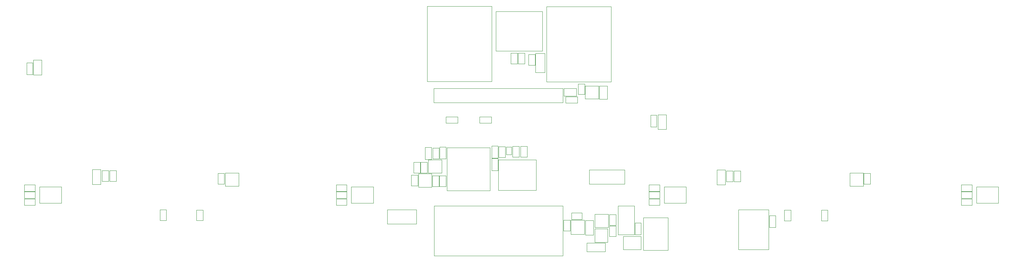
<source format=gbr>
G04 #@! TF.GenerationSoftware,KiCad,Pcbnew,5.0.2-bee76a0~70~ubuntu18.04.1*
G04 #@! TF.CreationDate,2019-03-18T11:53:55+01:00*
G04 #@! TF.ProjectId,footswitch,666f6f74-7377-4697-9463-682e6b696361,rev?*
G04 #@! TF.SameCoordinates,PX1ae5c80PY3d0c318*
G04 #@! TF.FileFunction,Other,User*
%FSLAX46Y46*%
G04 Gerber Fmt 4.6, Leading zero omitted, Abs format (unit mm)*
G04 Created by KiCad (PCBNEW 5.0.2-bee76a0~70~ubuntu18.04.1) date Mon 18 Mar 2019 11:53:55 AM CET*
%MOMM*%
%LPD*%
G01*
G04 APERTURE LIST*
%ADD10C,0.050000*%
G04 APERTURE END LIST*
D10*
G04 #@! TO.C,U1*
X124375440Y-28146520D02*
X115075440Y-28146520D01*
X124375440Y-35546520D02*
X115075440Y-35546520D01*
X124375440Y-28146520D02*
X124375440Y-35546520D01*
X115075440Y-28146520D02*
X115075440Y-35546520D01*
G04 #@! TO.C,P8*
X130860740Y-39401620D02*
X99410740Y-39401620D01*
X130860740Y-51551620D02*
X99410740Y-51551620D01*
X130860740Y-39401620D02*
X130860740Y-51551620D01*
X99410740Y-39401620D02*
X99410740Y-51551620D01*
G04 #@! TO.C,C9*
X134408840Y-14212000D02*
X131508840Y-14212000D01*
X134408840Y-12712000D02*
X131508840Y-12712000D01*
X134408840Y-14212000D02*
X134408840Y-12712000D01*
X131508840Y-14212000D02*
X131508840Y-12712000D01*
G04 #@! TO.C,C10*
X181045840Y-50056920D02*
X173745840Y-50056920D01*
X181045840Y-40356920D02*
X181045840Y-50056920D01*
X173745840Y-40356920D02*
X181045840Y-40356920D01*
X173745840Y-50056920D02*
X173745840Y-40356920D01*
G04 #@! TO.C,U3*
X113113640Y-25123320D02*
X102613640Y-25123320D01*
X113113640Y-35623320D02*
X102613640Y-35623320D01*
X113113640Y-25123320D02*
X113113640Y-35623320D01*
X102613640Y-25123320D02*
X102613640Y-35623320D01*
G04 #@! TO.C,Q2*
X95643900Y-34784300D02*
X95643900Y-31484300D01*
X95643900Y-31484300D02*
X98843900Y-31484300D01*
X98843900Y-31484300D02*
X98843900Y-34784300D01*
X98843900Y-34784300D02*
X95643900Y-34784300D01*
G04 #@! TO.C,C8*
X136325840Y-46516920D02*
X136325840Y-42916920D01*
X138325840Y-46516920D02*
X138325840Y-42916920D01*
X136325840Y-46516920D02*
X138325840Y-46516920D01*
X136325840Y-42916920D02*
X138325840Y-42916920D01*
G04 #@! TO.C,C7*
X148455840Y-46406920D02*
X148455840Y-43506920D01*
X149955840Y-46406920D02*
X149955840Y-43506920D01*
X148455840Y-46406920D02*
X149955840Y-46406920D01*
X148455840Y-43506920D02*
X149955840Y-43506920D01*
G04 #@! TO.C,C12*
X182755840Y-41756920D02*
X182755840Y-44656920D01*
X181255840Y-41756920D02*
X181255840Y-44656920D01*
X182755840Y-41756920D02*
X181255840Y-41756920D01*
X182755840Y-44656920D02*
X181255840Y-44656920D01*
G04 #@! TO.C,C4*
X113403040Y-19134520D02*
X110503040Y-19134520D01*
X113403040Y-17634520D02*
X110503040Y-17634520D01*
X113403040Y-19134520D02*
X113403040Y-17634520D01*
X110503040Y-19134520D02*
X110503040Y-17634520D01*
G04 #@! TO.C,C6*
X102293760Y-17634520D02*
X105193760Y-17634520D01*
X102293760Y-19134520D02*
X105193760Y-19134520D01*
X102293760Y-17634520D02*
X102293760Y-19134520D01*
X105193760Y-17634520D02*
X105193760Y-19134520D01*
G04 #@! TO.C,C13*
X100829680Y-27860920D02*
X100829680Y-24960920D01*
X102329680Y-27860920D02*
X102329680Y-24960920D01*
X100829680Y-27860920D02*
X102329680Y-27860920D01*
X100829680Y-24960920D02*
X102329680Y-24960920D01*
G04 #@! TO.C,C14*
X115027140Y-27818420D02*
X115027140Y-30718420D01*
X113527140Y-27818420D02*
X113527140Y-30718420D01*
X115027140Y-27818420D02*
X113527140Y-27818420D01*
X115027140Y-30718420D02*
X113527140Y-30718420D01*
G04 #@! TO.C,C21*
X113525840Y-27666920D02*
X113525840Y-24766920D01*
X115025840Y-27666920D02*
X115025840Y-24766920D01*
X113525840Y-27666920D02*
X115025840Y-27666920D01*
X113525840Y-24766920D02*
X115025840Y-24766920D01*
G04 #@! TO.C,C1*
X27240Y-7286920D02*
X27240Y-4386920D01*
X1527240Y-7286920D02*
X1527240Y-4386920D01*
X27240Y-7286920D02*
X1527240Y-7286920D01*
X27240Y-4386920D02*
X1527240Y-4386920D01*
G04 #@! TO.C,C2*
X1669540Y-7382920D02*
X1669540Y-3782920D01*
X3669540Y-7382920D02*
X3669540Y-3782920D01*
X1669540Y-7382920D02*
X3669540Y-7382920D01*
X1669540Y-3782920D02*
X3669540Y-3782920D01*
G04 #@! TO.C,C15*
X153749440Y-17188520D02*
X153749440Y-20088520D01*
X152249440Y-17188520D02*
X152249440Y-20088520D01*
X153749440Y-17188520D02*
X152249440Y-17188520D01*
X153749440Y-20088520D02*
X152249440Y-20088520D01*
G04 #@! TO.C,C16*
X156069540Y-17079820D02*
X156069540Y-20679820D01*
X154069540Y-17079820D02*
X154069540Y-20679820D01*
X156069540Y-17079820D02*
X154069540Y-17079820D01*
X156069540Y-20679820D02*
X154069540Y-20679820D01*
G04 #@! TO.C,D1*
X144305840Y-46386920D02*
X144305840Y-39386920D01*
X144305840Y-39386920D02*
X148305840Y-39386920D01*
X148305840Y-39386920D02*
X148305840Y-46386920D01*
X148305840Y-46386920D02*
X144305840Y-46386920D01*
G04 #@! TO.C,D3*
X141215840Y-50586920D02*
X136715840Y-50586920D01*
X136715840Y-50586920D02*
X136715840Y-48486920D01*
X136715840Y-48486920D02*
X141215840Y-48486920D01*
X141215840Y-50586920D02*
X141215840Y-48486920D01*
G04 #@! TO.C,D5*
X8558040Y-34748720D02*
X8558040Y-38748720D01*
X3158040Y-34748720D02*
X3158040Y-38748720D01*
X3158040Y-38748720D02*
X8558040Y-38748720D01*
X3158040Y-34748720D02*
X8558040Y-34748720D01*
G04 #@! TO.C,D6*
X84605640Y-34748720D02*
X84605640Y-38748720D01*
X79205640Y-34748720D02*
X79205640Y-38748720D01*
X79205640Y-38748720D02*
X84605640Y-38748720D01*
X79205640Y-34748720D02*
X84605640Y-34748720D01*
G04 #@! TO.C,D7*
X160958040Y-34748720D02*
X160958040Y-38748720D01*
X155558040Y-34748720D02*
X155558040Y-38748720D01*
X155558040Y-38748720D02*
X160958040Y-38748720D01*
X155558040Y-34748720D02*
X160958040Y-34748720D01*
G04 #@! TO.C,D8*
X237158040Y-34748720D02*
X237158040Y-38748720D01*
X231758040Y-34748720D02*
X231758040Y-38748720D01*
X231758040Y-38748720D02*
X237158040Y-38748720D01*
X231758040Y-34748720D02*
X237158040Y-34748720D01*
G04 #@! TO.C,P9*
X88012560Y-43746600D02*
X95162560Y-43746600D01*
X88012560Y-40296600D02*
X95162560Y-40296600D01*
X88012560Y-43746600D02*
X88012560Y-40296600D01*
X95162560Y-43746600D02*
X95162560Y-40296600D01*
G04 #@! TO.C,Q1*
X141925840Y-44636920D02*
X138625840Y-44636920D01*
X138625840Y-44636920D02*
X138625840Y-41436920D01*
X138625840Y-41436920D02*
X141925840Y-41436920D01*
X141925840Y-41436920D02*
X141925840Y-44636920D01*
G04 #@! TO.C,Q4*
X138625840Y-48256920D02*
X138625840Y-44956920D01*
X138625840Y-44956920D02*
X141825840Y-44956920D01*
X141825840Y-44956920D02*
X141825840Y-48256920D01*
X141825840Y-48256920D02*
X138625840Y-48256920D01*
G04 #@! TO.C,Q5*
X136095840Y-46316920D02*
X132795840Y-46316920D01*
X132795840Y-46316920D02*
X132795840Y-42816920D01*
X132795840Y-42816920D02*
X136095840Y-42816920D01*
X136095840Y-42816920D02*
X136095840Y-46316920D01*
G04 #@! TO.C,Q7*
X48455840Y-31376920D02*
X51755840Y-31376920D01*
X51755840Y-31376920D02*
X51755840Y-34576920D01*
X51755840Y-34576920D02*
X48455840Y-34576920D01*
X48455840Y-34576920D02*
X48455840Y-31376920D01*
G04 #@! TO.C,Q8*
X200845840Y-31376920D02*
X204145840Y-31376920D01*
X204145840Y-31376920D02*
X204145840Y-34576920D01*
X204145840Y-34576920D02*
X200845840Y-34576920D01*
X200845840Y-34576920D02*
X200845840Y-31376920D01*
G04 #@! TO.C,R3*
X143785840Y-41486920D02*
X143785840Y-44086920D01*
X142185840Y-41486920D02*
X142185840Y-44086920D01*
X143785840Y-41486920D02*
X142185840Y-41486920D01*
X143785840Y-44086920D02*
X142185840Y-44086920D01*
G04 #@! TO.C,R4*
X143785840Y-44276920D02*
X143785840Y-46876920D01*
X142185840Y-44276920D02*
X142185840Y-46876920D01*
X143785840Y-44276920D02*
X142185840Y-44276920D01*
X143785840Y-46876920D02*
X142185840Y-46876920D01*
G04 #@! TO.C,R8*
X132945840Y-41066920D02*
X135545840Y-41066920D01*
X132945840Y-42666920D02*
X135545840Y-42666920D01*
X132945840Y-41066920D02*
X132945840Y-42666920D01*
X135545840Y-41066920D02*
X135545840Y-42666920D01*
G04 #@! TO.C,R13*
X132625840Y-42866920D02*
X132625840Y-45466920D01*
X131025840Y-42866920D02*
X131025840Y-45466920D01*
X132625840Y-42866920D02*
X131025840Y-42866920D01*
X132625840Y-45466920D02*
X131025840Y-45466920D01*
G04 #@! TO.C,R17*
X120165840Y-24846920D02*
X120165840Y-27446920D01*
X118565840Y-24846920D02*
X118565840Y-27446920D01*
X120165840Y-24846920D02*
X118565840Y-24846920D01*
X120165840Y-27446920D02*
X118565840Y-27446920D01*
G04 #@! TO.C,R39*
X115215840Y-27516920D02*
X115215840Y-24916920D01*
X116815840Y-27516920D02*
X116815840Y-24916920D01*
X115215840Y-27516920D02*
X116815840Y-27516920D01*
X115215840Y-24916920D02*
X116815840Y-24916920D01*
G04 #@! TO.C,R1*
X32525840Y-42946920D02*
X32525840Y-40346920D01*
X34125840Y-42946920D02*
X34125840Y-40346920D01*
X32525840Y-42946920D02*
X34125840Y-42946920D01*
X32525840Y-40346920D02*
X34125840Y-40346920D01*
G04 #@! TO.C,R2*
X184915840Y-43006920D02*
X184915840Y-40406920D01*
X186515840Y-43006920D02*
X186515840Y-40406920D01*
X184915840Y-43006920D02*
X186515840Y-43006920D01*
X184915840Y-40406920D02*
X186515840Y-40406920D01*
G04 #@! TO.C,R11*
X41485840Y-42963620D02*
X41485840Y-40363620D01*
X43085840Y-42963620D02*
X43085840Y-40363620D01*
X41485840Y-42963620D02*
X43085840Y-42963620D01*
X41485840Y-40363620D02*
X43085840Y-40363620D01*
G04 #@! TO.C,R12*
X193905840Y-43006920D02*
X193905840Y-40406920D01*
X195505840Y-43006920D02*
X195505840Y-40406920D01*
X193905840Y-43006920D02*
X195505840Y-43006920D01*
X193905840Y-40406920D02*
X195505840Y-40406920D01*
G04 #@! TO.C,R23*
X-497360Y-34246920D02*
X2102640Y-34246920D01*
X-497360Y-35846920D02*
X2102640Y-35846920D01*
X-497360Y-34246920D02*
X-497360Y-35846920D01*
X2102640Y-34246920D02*
X2102640Y-35846920D01*
G04 #@! TO.C,R24*
X-497360Y-35948720D02*
X2102640Y-35948720D01*
X-497360Y-37548720D02*
X2102640Y-37548720D01*
X-497360Y-35948720D02*
X-497360Y-37548720D01*
X2102640Y-35948720D02*
X2102640Y-37548720D01*
G04 #@! TO.C,R25*
X-497360Y-37650520D02*
X2102640Y-37650520D01*
X-497360Y-39250520D02*
X2102640Y-39250520D01*
X-497360Y-37650520D02*
X-497360Y-39250520D01*
X2102640Y-37650520D02*
X2102640Y-39250520D01*
G04 #@! TO.C,R28*
X75550240Y-34246920D02*
X78150240Y-34246920D01*
X75550240Y-35846920D02*
X78150240Y-35846920D01*
X75550240Y-34246920D02*
X75550240Y-35846920D01*
X78150240Y-34246920D02*
X78150240Y-35846920D01*
G04 #@! TO.C,R29*
X75550240Y-35948720D02*
X78150240Y-35948720D01*
X75550240Y-37548720D02*
X78150240Y-37548720D01*
X75550240Y-35948720D02*
X75550240Y-37548720D01*
X78150240Y-35948720D02*
X78150240Y-37548720D01*
G04 #@! TO.C,R30*
X75550240Y-37650520D02*
X78150240Y-37650520D01*
X75550240Y-39250520D02*
X78150240Y-39250520D01*
X75550240Y-37650520D02*
X75550240Y-39250520D01*
X78150240Y-37650520D02*
X78150240Y-39250520D01*
G04 #@! TO.C,R31*
X151902640Y-34246920D02*
X154502640Y-34246920D01*
X151902640Y-35846920D02*
X154502640Y-35846920D01*
X151902640Y-34246920D02*
X151902640Y-35846920D01*
X154502640Y-34246920D02*
X154502640Y-35846920D01*
G04 #@! TO.C,R32*
X151902640Y-35948720D02*
X154502640Y-35948720D01*
X151902640Y-37548720D02*
X154502640Y-37548720D01*
X151902640Y-35948720D02*
X151902640Y-37548720D01*
X154502640Y-35948720D02*
X154502640Y-37548720D01*
G04 #@! TO.C,R33*
X151902640Y-37650520D02*
X154502640Y-37650520D01*
X151902640Y-39250520D02*
X154502640Y-39250520D01*
X151902640Y-37650520D02*
X151902640Y-39250520D01*
X154502640Y-37650520D02*
X154502640Y-39250520D01*
G04 #@! TO.C,R34*
X228102640Y-34246920D02*
X230702640Y-34246920D01*
X228102640Y-35846920D02*
X230702640Y-35846920D01*
X228102640Y-34246920D02*
X228102640Y-35846920D01*
X230702640Y-34246920D02*
X230702640Y-35846920D01*
G04 #@! TO.C,R35*
X228102640Y-35948720D02*
X230702640Y-35948720D01*
X228102640Y-37548720D02*
X230702640Y-37548720D01*
X228102640Y-35948720D02*
X228102640Y-37548720D01*
X230702640Y-35948720D02*
X230702640Y-37548720D01*
G04 #@! TO.C,R36*
X228102640Y-37650520D02*
X230702640Y-37650520D01*
X228102640Y-39250520D02*
X230702640Y-39250520D01*
X228102640Y-37650520D02*
X228102640Y-39250520D01*
X230702640Y-37650520D02*
X230702640Y-39250520D01*
G04 #@! TO.C,R19*
X46665840Y-34036920D02*
X46665840Y-31436920D01*
X48265840Y-34036920D02*
X48265840Y-31436920D01*
X46665840Y-34036920D02*
X48265840Y-34036920D01*
X46665840Y-31436920D02*
X48265840Y-31436920D01*
G04 #@! TO.C,R38*
X204305840Y-34026920D02*
X204305840Y-31426920D01*
X205905840Y-34026920D02*
X205905840Y-31426920D01*
X204305840Y-34026920D02*
X205905840Y-34026920D01*
X204305840Y-31426920D02*
X205905840Y-31426920D01*
G04 #@! TO.C,RT1*
X145555840Y-46856920D02*
X149955840Y-46856920D01*
X145555840Y-50056920D02*
X149955840Y-50056920D01*
X145555840Y-46856920D02*
X145555840Y-50056920D01*
X149955840Y-46856920D02*
X149955840Y-50056920D01*
G04 #@! TO.C,C19*
X126501540Y-2152620D02*
X126501540Y-6752620D01*
X124201540Y-2152620D02*
X124201540Y-6752620D01*
X126501540Y-2152620D02*
X124201540Y-2152620D01*
X126501540Y-6752620D02*
X124201540Y-6752620D01*
G04 #@! TO.C,C11*
X98758440Y-25113320D02*
X98758440Y-28013320D01*
X97258440Y-25113320D02*
X97258440Y-28013320D01*
X98758440Y-25113320D02*
X97258440Y-25113320D01*
X98758440Y-28013320D02*
X97258440Y-28013320D01*
G04 #@! TO.C,D2*
X131154040Y-10657800D02*
X134154040Y-10657800D01*
X134154040Y-10657800D02*
X134154040Y-12557800D01*
X131154040Y-12557800D02*
X134154040Y-12557800D01*
X131154040Y-10657800D02*
X131154040Y-12557800D01*
G04 #@! TO.C,P7*
X125892800Y8126600D02*
X125892800Y-1573400D01*
X125892800Y-1573400D02*
X114492800Y-1573400D01*
X114492800Y-1573400D02*
X114492800Y8126600D01*
X114492800Y8126600D02*
X125892800Y8126600D01*
G04 #@! TO.C,Q6*
X136284700Y-10058600D02*
X139584700Y-10058600D01*
X139584700Y-10058600D02*
X139584700Y-13258600D01*
X139584700Y-13258600D02*
X136284700Y-13258600D01*
X136284700Y-13258600D02*
X136284700Y-10058600D01*
G04 #@! TO.C,R18*
X136207400Y-9555960D02*
X136207400Y-12155960D01*
X134607400Y-9555960D02*
X134607400Y-12155960D01*
X136207400Y-9555960D02*
X134607400Y-9555960D01*
X136207400Y-12155960D02*
X134607400Y-12155960D01*
G04 #@! TO.C,R16*
X139728700Y-13309400D02*
X139728700Y-10109400D01*
X141728700Y-13309400D02*
X141728700Y-10109400D01*
X139728700Y-13309400D02*
X141728700Y-13309400D01*
X139728700Y-10109400D02*
X141728700Y-10109400D01*
G04 #@! TO.C,R37*
X122506840Y-4998240D02*
X122506840Y-2398240D01*
X124106840Y-4998240D02*
X124106840Y-2398240D01*
X122506840Y-4998240D02*
X124106840Y-4998240D01*
X122506840Y-2398240D02*
X124106840Y-2398240D01*
G04 #@! TO.C,R5*
X102364440Y-32045120D02*
X102364440Y-34645120D01*
X100764440Y-32045120D02*
X100764440Y-34645120D01*
X102364440Y-32045120D02*
X100764440Y-32045120D01*
X102364440Y-34645120D02*
X100764440Y-34645120D01*
G04 #@! TO.C,R7*
X99037240Y-34645120D02*
X99037240Y-32045120D01*
X100637240Y-34645120D02*
X100637240Y-32045120D01*
X99037240Y-34645120D02*
X100637240Y-34645120D01*
X99037240Y-32045120D02*
X100637240Y-32045120D01*
G04 #@! TO.C,R14*
X95455640Y-31841920D02*
X95455640Y-34441920D01*
X93855640Y-31841920D02*
X93855640Y-34441920D01*
X95455640Y-31841920D02*
X93855640Y-31841920D01*
X95455640Y-34441920D02*
X93855640Y-34441920D01*
G04 #@! TO.C,R26*
X119936360Y-4678200D02*
X119936360Y-2078200D01*
X121536360Y-4678200D02*
X121536360Y-2078200D01*
X119936360Y-4678200D02*
X121536360Y-4678200D01*
X119936360Y-2078200D02*
X121536360Y-2078200D01*
G04 #@! TO.C,R27*
X118183760Y-4678200D02*
X118183760Y-2078200D01*
X119783760Y-4678200D02*
X119783760Y-2078200D01*
X118183760Y-4678200D02*
X119783760Y-4678200D01*
X118183760Y-2078200D02*
X119783760Y-2078200D01*
G04 #@! TO.C,R20*
X99077880Y-27858240D02*
X99077880Y-25258240D01*
X100677880Y-27858240D02*
X100677880Y-25258240D01*
X99077880Y-27858240D02*
X100677880Y-27858240D01*
X99077880Y-25258240D02*
X100677880Y-25258240D01*
G04 #@! TO.C,J1*
X97720900Y-8987640D02*
X97720900Y9362360D01*
X113520900Y-8987640D02*
X113520900Y9362360D01*
X113520900Y9362360D02*
X97720900Y9362360D01*
X113520900Y-8987640D02*
X97720900Y-8987640D01*
G04 #@! TO.C,J2*
X126862320Y-9043520D02*
X126862320Y9306480D01*
X142662320Y-9043520D02*
X142662320Y9306480D01*
X142662320Y9306480D02*
X126862320Y9306480D01*
X142662320Y-9043520D02*
X126862320Y-9043520D01*
G04 #@! TO.C,P3*
X145895840Y-34076920D02*
X145895840Y-30576920D01*
X137295840Y-34076920D02*
X137295840Y-30576920D01*
X137295840Y-30576920D02*
X145895840Y-30576920D01*
X137295840Y-34076920D02*
X145895840Y-34076920D01*
G04 #@! TO.C,C5*
X156535840Y-42296920D02*
X156535840Y-50196920D01*
X156535840Y-50196920D02*
X150535840Y-50196920D01*
X150535840Y-50196920D02*
X150535840Y-42296920D01*
X150535840Y-42296920D02*
X156535840Y-42296920D01*
G04 #@! TO.C,C3*
X18096740Y-30503720D02*
X18096740Y-34103720D01*
X16096740Y-30503720D02*
X16096740Y-34103720D01*
X18096740Y-30503720D02*
X16096740Y-30503720D01*
X18096740Y-34103720D02*
X16096740Y-34103720D01*
G04 #@! TO.C,C17*
X170468800Y-30579920D02*
X170468800Y-34179920D01*
X168468800Y-30579920D02*
X168468800Y-34179920D01*
X170468800Y-30579920D02*
X168468800Y-30579920D01*
X170468800Y-34179920D02*
X168468800Y-34179920D01*
G04 #@! TO.C,Q3*
X98032300Y-28166260D02*
X101332300Y-28166260D01*
X101332300Y-28166260D02*
X101332300Y-31366260D01*
X101332300Y-31366260D02*
X98032300Y-31366260D01*
X98032300Y-31366260D02*
X98032300Y-28166260D01*
G04 #@! TO.C,R6*
X97779740Y-28717720D02*
X97779740Y-31317720D01*
X96179740Y-28717720D02*
X96179740Y-31317720D01*
X97779740Y-28717720D02*
X96179740Y-28717720D01*
X97779740Y-31317720D02*
X96179740Y-31317720D01*
G04 #@! TO.C,R9*
X21871840Y-30754800D02*
X21871840Y-33354800D01*
X20271840Y-30754800D02*
X20271840Y-33354800D01*
X21871840Y-30754800D02*
X20271840Y-30754800D01*
X21871840Y-33354800D02*
X20271840Y-33354800D01*
G04 #@! TO.C,R10*
X96027140Y-28717720D02*
X96027140Y-31317720D01*
X94427140Y-28717720D02*
X94427140Y-31317720D01*
X96027140Y-28717720D02*
X94427140Y-28717720D01*
X96027140Y-31317720D02*
X94427140Y-31317720D01*
G04 #@! TO.C,R15*
X20002400Y-30754800D02*
X20002400Y-33354800D01*
X18402400Y-30754800D02*
X18402400Y-33354800D01*
X20002400Y-30754800D02*
X18402400Y-30754800D01*
X20002400Y-33354800D02*
X18402400Y-33354800D01*
G04 #@! TO.C,R21*
X174243900Y-30838620D02*
X174243900Y-33438620D01*
X172643900Y-30838620D02*
X172643900Y-33438620D01*
X174243900Y-30838620D02*
X172643900Y-30838620D01*
X174243900Y-33438620D02*
X172643900Y-33438620D01*
G04 #@! TO.C,R22*
X172377000Y-30838620D02*
X172377000Y-33438620D01*
X170777000Y-30838620D02*
X170777000Y-33438620D01*
X172377000Y-30838620D02*
X170777000Y-30838620D01*
X172377000Y-33438620D02*
X170777000Y-33438620D01*
G04 #@! TO.C,P6*
X130848040Y-10678220D02*
X99398040Y-10678220D01*
X130848040Y-14178220D02*
X99398040Y-14178220D01*
X130848040Y-10678220D02*
X130848040Y-14178220D01*
X99398040Y-10678220D02*
X99398040Y-14178220D01*
G04 #@! TO.C,P10*
X118365840Y-24966920D02*
X118365840Y-26866920D01*
X117065840Y-24966920D02*
X117065840Y-26866920D01*
X118365840Y-24966920D02*
X117065840Y-24966920D01*
X118365840Y-26866920D02*
X117065840Y-26866920D01*
G04 #@! TO.C,R40*
X120565840Y-27446920D02*
X120565840Y-24846920D01*
X122165840Y-27446920D02*
X122165840Y-24846920D01*
X120565840Y-27446920D02*
X122165840Y-27446920D01*
X120565840Y-24846920D02*
X122165840Y-24846920D01*
G04 #@! TD*
M02*

</source>
